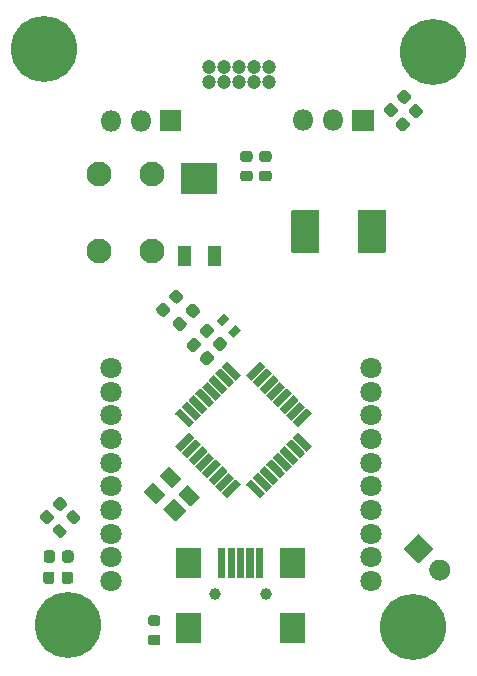
<source format=gts>
%TF.GenerationSoftware,KiCad,Pcbnew,5.1.7*%
%TF.CreationDate,2020-10-06T16:47:45-05:00*%
%TF.ProjectId,ARC-Boat0,4152432d-426f-4617-9430-2e6b69636164,rev?*%
%TF.SameCoordinates,Original*%
%TF.FileFunction,Soldermask,Top*%
%TF.FilePolarity,Negative*%
%FSLAX46Y46*%
G04 Gerber Fmt 4.6, Leading zero omitted, Abs format (unit mm)*
G04 Created by KiCad (PCBNEW 5.1.7) date 2020-10-06 16:47:45*
%MOMM*%
%LPD*%
G01*
G04 APERTURE LIST*
%ADD10C,1.200000*%
%ADD11C,1.800000*%
%ADD12C,5.600000*%
%ADD13C,2.100000*%
%ADD14O,1.800000X1.800000*%
%ADD15C,1.000000*%
G04 APERTURE END LIST*
D10*
%TO.C,J1*%
X124880000Y-40530000D03*
X124880000Y-41800000D03*
X123610000Y-40530000D03*
X123610000Y-41800000D03*
X122340000Y-40530000D03*
X122340000Y-41800000D03*
X121070000Y-40530000D03*
X121070000Y-41800000D03*
X119800000Y-40530000D03*
X119800000Y-41800000D03*
%TD*%
%TO.C,C9*%
G36*
G01*
X116911007Y-60486741D02*
X116513259Y-60088993D01*
G75*
G02*
X116513259Y-59744279I172357J172357D01*
G01*
X116857973Y-59399565D01*
G75*
G02*
X117202687Y-59399565I172357J-172357D01*
G01*
X117600435Y-59797313D01*
G75*
G02*
X117600435Y-60142027I-172357J-172357D01*
G01*
X117255721Y-60486741D01*
G75*
G02*
X116911007Y-60486741I-172357J172357D01*
G01*
G37*
G36*
G01*
X115797313Y-61600435D02*
X115399565Y-61202687D01*
G75*
G02*
X115399565Y-60857973I172357J172357D01*
G01*
X115744279Y-60513259D01*
G75*
G02*
X116088993Y-60513259I172357J-172357D01*
G01*
X116486741Y-60911007D01*
G75*
G02*
X116486741Y-61255721I-172357J-172357D01*
G01*
X116142027Y-61600435D01*
G75*
G02*
X115797313Y-61600435I-172357J172357D01*
G01*
G37*
%TD*%
%TO.C,U1*%
G36*
G01*
X126939608Y-71868719D02*
X127328517Y-71479810D01*
G75*
G02*
X127399227Y-71479810I35355J-35355D01*
G01*
X128530598Y-72611181D01*
G75*
G02*
X128530598Y-72681891I-35355J-35355D01*
G01*
X128141689Y-73070800D01*
G75*
G02*
X128070979Y-73070800I-35355J35355D01*
G01*
X126939608Y-71939429D01*
G75*
G02*
X126939608Y-71868719I35355J35355D01*
G01*
G37*
G36*
G01*
X126373922Y-72434404D02*
X126762831Y-72045495D01*
G75*
G02*
X126833541Y-72045495I35355J-35355D01*
G01*
X127964912Y-73176866D01*
G75*
G02*
X127964912Y-73247576I-35355J-35355D01*
G01*
X127576003Y-73636485D01*
G75*
G02*
X127505293Y-73636485I-35355J35355D01*
G01*
X126373922Y-72505114D01*
G75*
G02*
X126373922Y-72434404I35355J35355D01*
G01*
G37*
G36*
G01*
X125808237Y-73000090D02*
X126197146Y-72611181D01*
G75*
G02*
X126267856Y-72611181I35355J-35355D01*
G01*
X127399227Y-73742552D01*
G75*
G02*
X127399227Y-73813262I-35355J-35355D01*
G01*
X127010318Y-74202171D01*
G75*
G02*
X126939608Y-74202171I-35355J35355D01*
G01*
X125808237Y-73070800D01*
G75*
G02*
X125808237Y-73000090I35355J35355D01*
G01*
G37*
G36*
G01*
X125242552Y-73565775D02*
X125631461Y-73176866D01*
G75*
G02*
X125702171Y-73176866I35355J-35355D01*
G01*
X126833542Y-74308237D01*
G75*
G02*
X126833542Y-74378947I-35355J-35355D01*
G01*
X126444633Y-74767856D01*
G75*
G02*
X126373923Y-74767856I-35355J35355D01*
G01*
X125242552Y-73636485D01*
G75*
G02*
X125242552Y-73565775I35355J35355D01*
G01*
G37*
G36*
G01*
X124676866Y-74131461D02*
X125065775Y-73742552D01*
G75*
G02*
X125136485Y-73742552I35355J-35355D01*
G01*
X126267856Y-74873923D01*
G75*
G02*
X126267856Y-74944633I-35355J-35355D01*
G01*
X125878947Y-75333542D01*
G75*
G02*
X125808237Y-75333542I-35355J35355D01*
G01*
X124676866Y-74202171D01*
G75*
G02*
X124676866Y-74131461I35355J35355D01*
G01*
G37*
G36*
G01*
X124111181Y-74697146D02*
X124500090Y-74308237D01*
G75*
G02*
X124570800Y-74308237I35355J-35355D01*
G01*
X125702171Y-75439608D01*
G75*
G02*
X125702171Y-75510318I-35355J-35355D01*
G01*
X125313262Y-75899227D01*
G75*
G02*
X125242552Y-75899227I-35355J35355D01*
G01*
X124111181Y-74767856D01*
G75*
G02*
X124111181Y-74697146I35355J35355D01*
G01*
G37*
G36*
G01*
X123545495Y-75262831D02*
X123934404Y-74873922D01*
G75*
G02*
X124005114Y-74873922I35355J-35355D01*
G01*
X125136485Y-76005293D01*
G75*
G02*
X125136485Y-76076003I-35355J-35355D01*
G01*
X124747576Y-76464912D01*
G75*
G02*
X124676866Y-76464912I-35355J35355D01*
G01*
X123545495Y-75333541D01*
G75*
G02*
X123545495Y-75262831I35355J35355D01*
G01*
G37*
G36*
G01*
X122979810Y-75828517D02*
X123368719Y-75439608D01*
G75*
G02*
X123439429Y-75439608I35355J-35355D01*
G01*
X124570800Y-76570979D01*
G75*
G02*
X124570800Y-76641689I-35355J-35355D01*
G01*
X124181891Y-77030598D01*
G75*
G02*
X124111181Y-77030598I-35355J35355D01*
G01*
X122979810Y-75899227D01*
G75*
G02*
X122979810Y-75828517I35355J35355D01*
G01*
G37*
G36*
G01*
X122131281Y-75439608D02*
X122520190Y-75828517D01*
G75*
G02*
X122520190Y-75899227I-35355J-35355D01*
G01*
X121388819Y-77030598D01*
G75*
G02*
X121318109Y-77030598I-35355J35355D01*
G01*
X120929200Y-76641689D01*
G75*
G02*
X120929200Y-76570979I35355J35355D01*
G01*
X122060571Y-75439608D01*
G75*
G02*
X122131281Y-75439608I35355J-35355D01*
G01*
G37*
G36*
G01*
X121565596Y-74873922D02*
X121954505Y-75262831D01*
G75*
G02*
X121954505Y-75333541I-35355J-35355D01*
G01*
X120823134Y-76464912D01*
G75*
G02*
X120752424Y-76464912I-35355J35355D01*
G01*
X120363515Y-76076003D01*
G75*
G02*
X120363515Y-76005293I35355J35355D01*
G01*
X121494886Y-74873922D01*
G75*
G02*
X121565596Y-74873922I35355J-35355D01*
G01*
G37*
G36*
G01*
X120999910Y-74308237D02*
X121388819Y-74697146D01*
G75*
G02*
X121388819Y-74767856I-35355J-35355D01*
G01*
X120257448Y-75899227D01*
G75*
G02*
X120186738Y-75899227I-35355J35355D01*
G01*
X119797829Y-75510318D01*
G75*
G02*
X119797829Y-75439608I35355J35355D01*
G01*
X120929200Y-74308237D01*
G75*
G02*
X120999910Y-74308237I35355J-35355D01*
G01*
G37*
G36*
G01*
X120434225Y-73742552D02*
X120823134Y-74131461D01*
G75*
G02*
X120823134Y-74202171I-35355J-35355D01*
G01*
X119691763Y-75333542D01*
G75*
G02*
X119621053Y-75333542I-35355J35355D01*
G01*
X119232144Y-74944633D01*
G75*
G02*
X119232144Y-74873923I35355J35355D01*
G01*
X120363515Y-73742552D01*
G75*
G02*
X120434225Y-73742552I35355J-35355D01*
G01*
G37*
G36*
G01*
X119868539Y-73176866D02*
X120257448Y-73565775D01*
G75*
G02*
X120257448Y-73636485I-35355J-35355D01*
G01*
X119126077Y-74767856D01*
G75*
G02*
X119055367Y-74767856I-35355J35355D01*
G01*
X118666458Y-74378947D01*
G75*
G02*
X118666458Y-74308237I35355J35355D01*
G01*
X119797829Y-73176866D01*
G75*
G02*
X119868539Y-73176866I35355J-35355D01*
G01*
G37*
G36*
G01*
X119302854Y-72611181D02*
X119691763Y-73000090D01*
G75*
G02*
X119691763Y-73070800I-35355J-35355D01*
G01*
X118560392Y-74202171D01*
G75*
G02*
X118489682Y-74202171I-35355J35355D01*
G01*
X118100773Y-73813262D01*
G75*
G02*
X118100773Y-73742552I35355J35355D01*
G01*
X119232144Y-72611181D01*
G75*
G02*
X119302854Y-72611181I35355J-35355D01*
G01*
G37*
G36*
G01*
X118737169Y-72045495D02*
X119126078Y-72434404D01*
G75*
G02*
X119126078Y-72505114I-35355J-35355D01*
G01*
X117994707Y-73636485D01*
G75*
G02*
X117923997Y-73636485I-35355J35355D01*
G01*
X117535088Y-73247576D01*
G75*
G02*
X117535088Y-73176866I35355J35355D01*
G01*
X118666459Y-72045495D01*
G75*
G02*
X118737169Y-72045495I35355J-35355D01*
G01*
G37*
G36*
G01*
X118171483Y-71479810D02*
X118560392Y-71868719D01*
G75*
G02*
X118560392Y-71939429I-35355J-35355D01*
G01*
X117429021Y-73070800D01*
G75*
G02*
X117358311Y-73070800I-35355J35355D01*
G01*
X116969402Y-72681891D01*
G75*
G02*
X116969402Y-72611181I35355J35355D01*
G01*
X118100773Y-71479810D01*
G75*
G02*
X118171483Y-71479810I35355J-35355D01*
G01*
G37*
G36*
G01*
X116969402Y-69818109D02*
X117358311Y-69429200D01*
G75*
G02*
X117429021Y-69429200I35355J-35355D01*
G01*
X118560392Y-70560571D01*
G75*
G02*
X118560392Y-70631281I-35355J-35355D01*
G01*
X118171483Y-71020190D01*
G75*
G02*
X118100773Y-71020190I-35355J35355D01*
G01*
X116969402Y-69888819D01*
G75*
G02*
X116969402Y-69818109I35355J35355D01*
G01*
G37*
G36*
G01*
X117535088Y-69252424D02*
X117923997Y-68863515D01*
G75*
G02*
X117994707Y-68863515I35355J-35355D01*
G01*
X119126078Y-69994886D01*
G75*
G02*
X119126078Y-70065596I-35355J-35355D01*
G01*
X118737169Y-70454505D01*
G75*
G02*
X118666459Y-70454505I-35355J35355D01*
G01*
X117535088Y-69323134D01*
G75*
G02*
X117535088Y-69252424I35355J35355D01*
G01*
G37*
G36*
G01*
X118100773Y-68686738D02*
X118489682Y-68297829D01*
G75*
G02*
X118560392Y-68297829I35355J-35355D01*
G01*
X119691763Y-69429200D01*
G75*
G02*
X119691763Y-69499910I-35355J-35355D01*
G01*
X119302854Y-69888819D01*
G75*
G02*
X119232144Y-69888819I-35355J35355D01*
G01*
X118100773Y-68757448D01*
G75*
G02*
X118100773Y-68686738I35355J35355D01*
G01*
G37*
G36*
G01*
X118666458Y-68121053D02*
X119055367Y-67732144D01*
G75*
G02*
X119126077Y-67732144I35355J-35355D01*
G01*
X120257448Y-68863515D01*
G75*
G02*
X120257448Y-68934225I-35355J-35355D01*
G01*
X119868539Y-69323134D01*
G75*
G02*
X119797829Y-69323134I-35355J35355D01*
G01*
X118666458Y-68191763D01*
G75*
G02*
X118666458Y-68121053I35355J35355D01*
G01*
G37*
G36*
G01*
X119232144Y-67555367D02*
X119621053Y-67166458D01*
G75*
G02*
X119691763Y-67166458I35355J-35355D01*
G01*
X120823134Y-68297829D01*
G75*
G02*
X120823134Y-68368539I-35355J-35355D01*
G01*
X120434225Y-68757448D01*
G75*
G02*
X120363515Y-68757448I-35355J35355D01*
G01*
X119232144Y-67626077D01*
G75*
G02*
X119232144Y-67555367I35355J35355D01*
G01*
G37*
G36*
G01*
X119797829Y-66989682D02*
X120186738Y-66600773D01*
G75*
G02*
X120257448Y-66600773I35355J-35355D01*
G01*
X121388819Y-67732144D01*
G75*
G02*
X121388819Y-67802854I-35355J-35355D01*
G01*
X120999910Y-68191763D01*
G75*
G02*
X120929200Y-68191763I-35355J35355D01*
G01*
X119797829Y-67060392D01*
G75*
G02*
X119797829Y-66989682I35355J35355D01*
G01*
G37*
G36*
G01*
X120363515Y-66423997D02*
X120752424Y-66035088D01*
G75*
G02*
X120823134Y-66035088I35355J-35355D01*
G01*
X121954505Y-67166459D01*
G75*
G02*
X121954505Y-67237169I-35355J-35355D01*
G01*
X121565596Y-67626078D01*
G75*
G02*
X121494886Y-67626078I-35355J35355D01*
G01*
X120363515Y-66494707D01*
G75*
G02*
X120363515Y-66423997I35355J35355D01*
G01*
G37*
G36*
G01*
X120929200Y-65858311D02*
X121318109Y-65469402D01*
G75*
G02*
X121388819Y-65469402I35355J-35355D01*
G01*
X122520190Y-66600773D01*
G75*
G02*
X122520190Y-66671483I-35355J-35355D01*
G01*
X122131281Y-67060392D01*
G75*
G02*
X122060571Y-67060392I-35355J35355D01*
G01*
X120929200Y-65929021D01*
G75*
G02*
X120929200Y-65858311I35355J35355D01*
G01*
G37*
G36*
G01*
X124181891Y-65469402D02*
X124570800Y-65858311D01*
G75*
G02*
X124570800Y-65929021I-35355J-35355D01*
G01*
X123439429Y-67060392D01*
G75*
G02*
X123368719Y-67060392I-35355J35355D01*
G01*
X122979810Y-66671483D01*
G75*
G02*
X122979810Y-66600773I35355J35355D01*
G01*
X124111181Y-65469402D01*
G75*
G02*
X124181891Y-65469402I35355J-35355D01*
G01*
G37*
G36*
G01*
X124747576Y-66035088D02*
X125136485Y-66423997D01*
G75*
G02*
X125136485Y-66494707I-35355J-35355D01*
G01*
X124005114Y-67626078D01*
G75*
G02*
X123934404Y-67626078I-35355J35355D01*
G01*
X123545495Y-67237169D01*
G75*
G02*
X123545495Y-67166459I35355J35355D01*
G01*
X124676866Y-66035088D01*
G75*
G02*
X124747576Y-66035088I35355J-35355D01*
G01*
G37*
G36*
G01*
X125313262Y-66600773D02*
X125702171Y-66989682D01*
G75*
G02*
X125702171Y-67060392I-35355J-35355D01*
G01*
X124570800Y-68191763D01*
G75*
G02*
X124500090Y-68191763I-35355J35355D01*
G01*
X124111181Y-67802854D01*
G75*
G02*
X124111181Y-67732144I35355J35355D01*
G01*
X125242552Y-66600773D01*
G75*
G02*
X125313262Y-66600773I35355J-35355D01*
G01*
G37*
G36*
G01*
X125878947Y-67166458D02*
X126267856Y-67555367D01*
G75*
G02*
X126267856Y-67626077I-35355J-35355D01*
G01*
X125136485Y-68757448D01*
G75*
G02*
X125065775Y-68757448I-35355J35355D01*
G01*
X124676866Y-68368539D01*
G75*
G02*
X124676866Y-68297829I35355J35355D01*
G01*
X125808237Y-67166458D01*
G75*
G02*
X125878947Y-67166458I35355J-35355D01*
G01*
G37*
G36*
G01*
X126444633Y-67732144D02*
X126833542Y-68121053D01*
G75*
G02*
X126833542Y-68191763I-35355J-35355D01*
G01*
X125702171Y-69323134D01*
G75*
G02*
X125631461Y-69323134I-35355J35355D01*
G01*
X125242552Y-68934225D01*
G75*
G02*
X125242552Y-68863515I35355J35355D01*
G01*
X126373923Y-67732144D01*
G75*
G02*
X126444633Y-67732144I35355J-35355D01*
G01*
G37*
G36*
G01*
X127010318Y-68297829D02*
X127399227Y-68686738D01*
G75*
G02*
X127399227Y-68757448I-35355J-35355D01*
G01*
X126267856Y-69888819D01*
G75*
G02*
X126197146Y-69888819I-35355J35355D01*
G01*
X125808237Y-69499910D01*
G75*
G02*
X125808237Y-69429200I35355J35355D01*
G01*
X126939608Y-68297829D01*
G75*
G02*
X127010318Y-68297829I35355J-35355D01*
G01*
G37*
G36*
G01*
X127576003Y-68863515D02*
X127964912Y-69252424D01*
G75*
G02*
X127964912Y-69323134I-35355J-35355D01*
G01*
X126833541Y-70454505D01*
G75*
G02*
X126762831Y-70454505I-35355J35355D01*
G01*
X126373922Y-70065596D01*
G75*
G02*
X126373922Y-69994886I35355J35355D01*
G01*
X127505293Y-68863515D01*
G75*
G02*
X127576003Y-68863515I35355J-35355D01*
G01*
G37*
G36*
G01*
X128141689Y-69429200D02*
X128530598Y-69818109D01*
G75*
G02*
X128530598Y-69888819I-35355J-35355D01*
G01*
X127399227Y-71020190D01*
G75*
G02*
X127328517Y-71020190I-35355J35355D01*
G01*
X126939608Y-70631281D01*
G75*
G02*
X126939608Y-70560571I35355J35355D01*
G01*
X128070979Y-69429200D01*
G75*
G02*
X128141689Y-69429200I35355J-35355D01*
G01*
G37*
%TD*%
D11*
%TO.C,MOD1*%
X133550000Y-84000000D03*
X133550000Y-82000000D03*
X133550000Y-80000000D03*
X133550000Y-78000000D03*
X133550000Y-76000000D03*
X133550000Y-74000000D03*
X133550000Y-72000000D03*
X133550000Y-70000000D03*
X133550000Y-68000000D03*
X133550000Y-66000000D03*
X111550000Y-66000000D03*
X111550000Y-68000000D03*
X111550000Y-70000000D03*
X111550000Y-72000000D03*
X111550000Y-74000000D03*
X111550000Y-76000000D03*
X111550000Y-78000000D03*
X111550000Y-80000000D03*
X111550000Y-82000000D03*
X111550000Y-84000000D03*
%TD*%
%TO.C,D1*%
G36*
G01*
X115356497Y-77477817D02*
X114366548Y-76487868D01*
G75*
G02*
X114366548Y-76417158I35355J35355D01*
G01*
X115073655Y-75710051D01*
G75*
G02*
X115144365Y-75710051I35355J-35355D01*
G01*
X116134314Y-76700000D01*
G75*
G02*
X116134314Y-76770710I-35355J-35355D01*
G01*
X115427207Y-77477817D01*
G75*
G02*
X115356497Y-77477817I-35355J35355D01*
G01*
G37*
G36*
G01*
X116700000Y-76134314D02*
X115710051Y-75144365D01*
G75*
G02*
X115710051Y-75073655I35355J35355D01*
G01*
X116417158Y-74366548D01*
G75*
G02*
X116487868Y-74366548I35355J-35355D01*
G01*
X117477817Y-75356497D01*
G75*
G02*
X117477817Y-75427207I-35355J-35355D01*
G01*
X116770710Y-76134314D01*
G75*
G02*
X116700000Y-76134314I-35355J35355D01*
G01*
G37*
G36*
G01*
X118255635Y-77689949D02*
X117265686Y-76700000D01*
G75*
G02*
X117265686Y-76629290I35355J35355D01*
G01*
X117972793Y-75922183D01*
G75*
G02*
X118043503Y-75922183I35355J-35355D01*
G01*
X119033452Y-76912132D01*
G75*
G02*
X119033452Y-76982842I-35355J-35355D01*
G01*
X118326345Y-77689949D01*
G75*
G02*
X118255635Y-77689949I-35355J35355D01*
G01*
G37*
G36*
G01*
X116968701Y-78976884D02*
X115978751Y-77986934D01*
G75*
G02*
X115978751Y-77916224I35355J35355D01*
G01*
X116827279Y-77067696D01*
G75*
G02*
X116897989Y-77067696I35355J-35355D01*
G01*
X117887939Y-78057646D01*
G75*
G02*
X117887939Y-78128356I-35355J-35355D01*
G01*
X117039411Y-78976884D01*
G75*
G02*
X116968701Y-78976884I-35355J35355D01*
G01*
G37*
%TD*%
D12*
%TO.C,REF\u002A\u002A*%
X105900000Y-39000000D03*
%TD*%
%TO.C,REF\u002A\u002A*%
X137100000Y-87900000D03*
%TD*%
%TO.C,REF\u002A\u002A*%
X107870000Y-87710000D03*
%TD*%
%TO.C,REF\u002A\u002A*%
X138800000Y-39200000D03*
%TD*%
D13*
%TO.C,SW1*%
X115000000Y-56100000D03*
X110500000Y-56100000D03*
X115000000Y-49600000D03*
X110500000Y-49600000D03*
%TD*%
%TO.C,R14*%
G36*
G01*
X107297703Y-79253033D02*
X107721967Y-79677297D01*
G75*
G02*
X107721967Y-79995495I-159099J-159099D01*
G01*
X107403769Y-80313693D01*
G75*
G02*
X107085571Y-80313693I-159099J159099D01*
G01*
X106661307Y-79889429D01*
G75*
G02*
X106661307Y-79571231I159099J159099D01*
G01*
X106979505Y-79253033D01*
G75*
G02*
X107297703Y-79253033I159099J-159099D01*
G01*
G37*
G36*
G01*
X108464429Y-78086307D02*
X108888693Y-78510571D01*
G75*
G02*
X108888693Y-78828769I-159099J-159099D01*
G01*
X108570495Y-79146967D01*
G75*
G02*
X108252297Y-79146967I-159099J159099D01*
G01*
X107828033Y-78722703D01*
G75*
G02*
X107828033Y-78404505I159099J159099D01*
G01*
X108146231Y-78086307D01*
G75*
G02*
X108464429Y-78086307I159099J-159099D01*
G01*
G37*
%TD*%
%TO.C,Y1*%
G36*
G01*
X120550000Y-48700000D02*
X120550000Y-51200000D01*
G75*
G02*
X120500000Y-51250000I-50000J0D01*
G01*
X117500000Y-51250000D01*
G75*
G02*
X117450000Y-51200000I0J50000D01*
G01*
X117450000Y-48700000D01*
G75*
G02*
X117500000Y-48650000I50000J0D01*
G01*
X120500000Y-48650000D01*
G75*
G02*
X120550000Y-48700000I0J-50000D01*
G01*
G37*
G36*
G01*
X118280000Y-55700000D02*
X118280000Y-57300000D01*
G75*
G02*
X118230000Y-57350000I-50000J0D01*
G01*
X117230000Y-57350000D01*
G75*
G02*
X117180000Y-57300000I0J50000D01*
G01*
X117180000Y-55700000D01*
G75*
G02*
X117230000Y-55650000I50000J0D01*
G01*
X118230000Y-55650000D01*
G75*
G02*
X118280000Y-55700000I0J-50000D01*
G01*
G37*
G36*
G01*
X120820000Y-55700000D02*
X120820000Y-57300000D01*
G75*
G02*
X120770000Y-57350000I-50000J0D01*
G01*
X119770000Y-57350000D01*
G75*
G02*
X119720000Y-57300000I0J50000D01*
G01*
X119720000Y-55700000D01*
G75*
G02*
X119770000Y-55650000I50000J0D01*
G01*
X120770000Y-55650000D01*
G75*
G02*
X120820000Y-55700000I0J-50000D01*
G01*
G37*
%TD*%
%TO.C,TH1*%
G36*
G01*
X124900000Y-48525000D02*
X124300000Y-48525000D01*
G75*
G02*
X124075000Y-48300000I0J225000D01*
G01*
X124075000Y-47850000D01*
G75*
G02*
X124300000Y-47625000I225000J0D01*
G01*
X124900000Y-47625000D01*
G75*
G02*
X125125000Y-47850000I0J-225000D01*
G01*
X125125000Y-48300000D01*
G75*
G02*
X124900000Y-48525000I-225000J0D01*
G01*
G37*
G36*
G01*
X124900000Y-50175000D02*
X124300000Y-50175000D01*
G75*
G02*
X124075000Y-49950000I0J225000D01*
G01*
X124075000Y-49500000D01*
G75*
G02*
X124300000Y-49275000I225000J0D01*
G01*
X124900000Y-49275000D01*
G75*
G02*
X125125000Y-49500000I0J-225000D01*
G01*
X125125000Y-49950000D01*
G75*
G02*
X124900000Y-50175000I-225000J0D01*
G01*
G37*
%TD*%
%TO.C,R17*%
G36*
G01*
X122700000Y-49275000D02*
X123300000Y-49275000D01*
G75*
G02*
X123525000Y-49500000I0J-225000D01*
G01*
X123525000Y-49950000D01*
G75*
G02*
X123300000Y-50175000I-225000J0D01*
G01*
X122700000Y-50175000D01*
G75*
G02*
X122475000Y-49950000I0J225000D01*
G01*
X122475000Y-49500000D01*
G75*
G02*
X122700000Y-49275000I225000J0D01*
G01*
G37*
G36*
G01*
X122700000Y-47625000D02*
X123300000Y-47625000D01*
G75*
G02*
X123525000Y-47850000I0J-225000D01*
G01*
X123525000Y-48300000D01*
G75*
G02*
X123300000Y-48525000I-225000J0D01*
G01*
X122700000Y-48525000D01*
G75*
G02*
X122475000Y-48300000I0J225000D01*
G01*
X122475000Y-47850000D01*
G75*
G02*
X122700000Y-47625000I225000J0D01*
G01*
G37*
%TD*%
%TO.C,R13*%
G36*
G01*
X115500000Y-87825000D02*
X114900000Y-87825000D01*
G75*
G02*
X114675000Y-87600000I0J225000D01*
G01*
X114675000Y-87150000D01*
G75*
G02*
X114900000Y-86925000I225000J0D01*
G01*
X115500000Y-86925000D01*
G75*
G02*
X115725000Y-87150000I0J-225000D01*
G01*
X115725000Y-87600000D01*
G75*
G02*
X115500000Y-87825000I-225000J0D01*
G01*
G37*
G36*
G01*
X115500000Y-89475000D02*
X114900000Y-89475000D01*
G75*
G02*
X114675000Y-89250000I0J225000D01*
G01*
X114675000Y-88800000D01*
G75*
G02*
X114900000Y-88575000I225000J0D01*
G01*
X115500000Y-88575000D01*
G75*
G02*
X115725000Y-88800000I0J-225000D01*
G01*
X115725000Y-89250000D01*
G75*
G02*
X115500000Y-89475000I-225000J0D01*
G01*
G37*
%TD*%
%TO.C,D2*%
G36*
G01*
X107061007Y-78036741D02*
X106663259Y-77638993D01*
G75*
G02*
X106663259Y-77294279I172357J172357D01*
G01*
X107007973Y-76949565D01*
G75*
G02*
X107352687Y-76949565I172357J-172357D01*
G01*
X107750435Y-77347313D01*
G75*
G02*
X107750435Y-77692027I-172357J-172357D01*
G01*
X107405721Y-78036741D01*
G75*
G02*
X107061007Y-78036741I-172357J172357D01*
G01*
G37*
G36*
G01*
X105947313Y-79150435D02*
X105549565Y-78752687D01*
G75*
G02*
X105549565Y-78407973I172357J172357D01*
G01*
X105894279Y-78063259D01*
G75*
G02*
X106238993Y-78063259I172357J-172357D01*
G01*
X106636741Y-78461007D01*
G75*
G02*
X106636741Y-78805721I-172357J-172357D01*
G01*
X106292027Y-79150435D01*
G75*
G02*
X105947313Y-79150435I-172357J172357D01*
G01*
G37*
%TD*%
D14*
%TO.C,J5*%
X111520000Y-45050000D03*
X114060000Y-45050000D03*
G36*
G01*
X117450000Y-45950000D02*
X115750000Y-45950000D01*
G75*
G02*
X115700000Y-45900000I0J50000D01*
G01*
X115700000Y-44200000D01*
G75*
G02*
X115750000Y-44150000I50000J0D01*
G01*
X117450000Y-44150000D01*
G75*
G02*
X117500000Y-44200000I0J-50000D01*
G01*
X117500000Y-45900000D01*
G75*
G02*
X117450000Y-45950000I-50000J0D01*
G01*
G37*
%TD*%
%TO.C,J4*%
X127795000Y-45025000D03*
X130335000Y-45025000D03*
G36*
G01*
X133725000Y-45925000D02*
X132025000Y-45925000D01*
G75*
G02*
X131975000Y-45875000I0J50000D01*
G01*
X131975000Y-44175000D01*
G75*
G02*
X132025000Y-44125000I50000J0D01*
G01*
X133725000Y-44125000D01*
G75*
G02*
X133775000Y-44175000I0J-50000D01*
G01*
X133775000Y-45875000D01*
G75*
G02*
X133725000Y-45925000I-50000J0D01*
G01*
G37*
%TD*%
%TO.C,L1*%
G36*
G01*
X132439100Y-56177600D02*
X132439100Y-52672400D01*
G75*
G02*
X132489100Y-52622400I50000J0D01*
G01*
X134749700Y-52622400D01*
G75*
G02*
X134799700Y-52672400I0J-50000D01*
G01*
X134799700Y-56177600D01*
G75*
G02*
X134749700Y-56227600I-50000J0D01*
G01*
X132489100Y-56227600D01*
G75*
G02*
X132439100Y-56177600I0J50000D01*
G01*
G37*
G36*
G01*
X126800300Y-56177600D02*
X126800300Y-52672400D01*
G75*
G02*
X126850300Y-52622400I50000J0D01*
G01*
X129110900Y-52622400D01*
G75*
G02*
X129160900Y-52672400I0J-50000D01*
G01*
X129160900Y-56177600D01*
G75*
G02*
X129110900Y-56227600I-50000J0D01*
G01*
X126850300Y-56227600D01*
G75*
G02*
X126800300Y-56177600I0J50000D01*
G01*
G37*
%TD*%
%TO.C,R2*%
G36*
G01*
X106800000Y-81668750D02*
X106800000Y-82231250D01*
G75*
G02*
X106556250Y-82475000I-243750J0D01*
G01*
X106068750Y-82475000D01*
G75*
G02*
X105825000Y-82231250I0J243750D01*
G01*
X105825000Y-81668750D01*
G75*
G02*
X106068750Y-81425000I243750J0D01*
G01*
X106556250Y-81425000D01*
G75*
G02*
X106800000Y-81668750I0J-243750D01*
G01*
G37*
G36*
G01*
X108375000Y-81668750D02*
X108375000Y-82231250D01*
G75*
G02*
X108131250Y-82475000I-243750J0D01*
G01*
X107643750Y-82475000D01*
G75*
G02*
X107400000Y-82231250I0J243750D01*
G01*
X107400000Y-81668750D01*
G75*
G02*
X107643750Y-81425000I243750J0D01*
G01*
X108131250Y-81425000D01*
G75*
G02*
X108375000Y-81668750I0J-243750D01*
G01*
G37*
%TD*%
%TO.C,R1*%
G36*
G01*
X107350000Y-84031250D02*
X107350000Y-83468750D01*
G75*
G02*
X107593750Y-83225000I243750J0D01*
G01*
X108081250Y-83225000D01*
G75*
G02*
X108325000Y-83468750I0J-243750D01*
G01*
X108325000Y-84031250D01*
G75*
G02*
X108081250Y-84275000I-243750J0D01*
G01*
X107593750Y-84275000D01*
G75*
G02*
X107350000Y-84031250I0J243750D01*
G01*
G37*
G36*
G01*
X105775000Y-84031250D02*
X105775000Y-83468750D01*
G75*
G02*
X106018750Y-83225000I243750J0D01*
G01*
X106506250Y-83225000D01*
G75*
G02*
X106750000Y-83468750I0J-243750D01*
G01*
X106750000Y-84031250D01*
G75*
G02*
X106506250Y-84275000I-243750J0D01*
G01*
X106018750Y-84275000D01*
G75*
G02*
X105775000Y-84031250I0J243750D01*
G01*
G37*
%TD*%
%TO.C,J2*%
G36*
G01*
X138734655Y-83732447D02*
X138734655Y-83732447D01*
G75*
G02*
X138734655Y-82459655I636396J636396D01*
G01*
X138734655Y-82459655D01*
G75*
G02*
X140007447Y-82459655I636396J-636396D01*
G01*
X140007447Y-82459655D01*
G75*
G02*
X140007447Y-83732447I-636396J-636396D01*
G01*
X140007447Y-83732447D01*
G75*
G02*
X138734655Y-83732447I-636396J636396D01*
G01*
G37*
G36*
G01*
X137539645Y-82537437D02*
X136337563Y-81335355D01*
G75*
G02*
X136337563Y-81264645I35355J35355D01*
G01*
X137539645Y-80062563D01*
G75*
G02*
X137610355Y-80062563I35355J-35355D01*
G01*
X138812437Y-81264645D01*
G75*
G02*
X138812437Y-81335355I-35355J-35355D01*
G01*
X137610355Y-82537437D01*
G75*
G02*
X137539645Y-82537437I-35355J35355D01*
G01*
G37*
%TD*%
%TO.C,C15*%
G36*
G01*
X136211007Y-43586741D02*
X135813259Y-43188993D01*
G75*
G02*
X135813259Y-42844279I172357J172357D01*
G01*
X136157973Y-42499565D01*
G75*
G02*
X136502687Y-42499565I172357J-172357D01*
G01*
X136900435Y-42897313D01*
G75*
G02*
X136900435Y-43242027I-172357J-172357D01*
G01*
X136555721Y-43586741D01*
G75*
G02*
X136211007Y-43586741I-172357J172357D01*
G01*
G37*
G36*
G01*
X135097313Y-44700435D02*
X134699565Y-44302687D01*
G75*
G02*
X134699565Y-43957973I172357J172357D01*
G01*
X135044279Y-43613259D01*
G75*
G02*
X135388993Y-43613259I172357J-172357D01*
G01*
X135786741Y-44011007D01*
G75*
G02*
X135786741Y-44355721I-172357J-172357D01*
G01*
X135442027Y-44700435D01*
G75*
G02*
X135097313Y-44700435I-172357J172357D01*
G01*
G37*
%TD*%
%TO.C,C14*%
G36*
G01*
X137211007Y-44786741D02*
X136813259Y-44388993D01*
G75*
G02*
X136813259Y-44044279I172357J172357D01*
G01*
X137157973Y-43699565D01*
G75*
G02*
X137502687Y-43699565I172357J-172357D01*
G01*
X137900435Y-44097313D01*
G75*
G02*
X137900435Y-44442027I-172357J-172357D01*
G01*
X137555721Y-44786741D01*
G75*
G02*
X137211007Y-44786741I-172357J172357D01*
G01*
G37*
G36*
G01*
X136097313Y-45900435D02*
X135699565Y-45502687D01*
G75*
G02*
X135699565Y-45157973I172357J172357D01*
G01*
X136044279Y-44813259D01*
G75*
G02*
X136388993Y-44813259I172357J-172357D01*
G01*
X136786741Y-45211007D01*
G75*
G02*
X136786741Y-45555721I-172357J-172357D01*
G01*
X136442027Y-45900435D01*
G75*
G02*
X136097313Y-45900435I-172357J172357D01*
G01*
G37*
%TD*%
%TO.C,C8*%
G36*
G01*
X117501493Y-61713259D02*
X117899241Y-62111007D01*
G75*
G02*
X117899241Y-62455721I-172357J-172357D01*
G01*
X117554527Y-62800435D01*
G75*
G02*
X117209813Y-62800435I-172357J172357D01*
G01*
X116812065Y-62402687D01*
G75*
G02*
X116812065Y-62057973I172357J172357D01*
G01*
X117156779Y-61713259D01*
G75*
G02*
X117501493Y-61713259I172357J-172357D01*
G01*
G37*
G36*
G01*
X118615187Y-60599565D02*
X119012935Y-60997313D01*
G75*
G02*
X119012935Y-61342027I-172357J-172357D01*
G01*
X118668221Y-61686741D01*
G75*
G02*
X118323507Y-61686741I-172357J172357D01*
G01*
X117925759Y-61288993D01*
G75*
G02*
X117925759Y-60944279I172357J172357D01*
G01*
X118270473Y-60599565D01*
G75*
G02*
X118615187Y-60599565I172357J-172357D01*
G01*
G37*
%TD*%
%TO.C,C7*%
G36*
G01*
X119086741Y-64188993D02*
X118688993Y-64586741D01*
G75*
G02*
X118344279Y-64586741I-172357J172357D01*
G01*
X117999565Y-64242027D01*
G75*
G02*
X117999565Y-63897313I172357J172357D01*
G01*
X118397313Y-63499565D01*
G75*
G02*
X118742027Y-63499565I172357J-172357D01*
G01*
X119086741Y-63844279D01*
G75*
G02*
X119086741Y-64188993I-172357J-172357D01*
G01*
G37*
G36*
G01*
X120200435Y-65302687D02*
X119802687Y-65700435D01*
G75*
G02*
X119457973Y-65700435I-172357J172357D01*
G01*
X119113259Y-65355721D01*
G75*
G02*
X119113259Y-65011007I172357J172357D01*
G01*
X119511007Y-64613259D01*
G75*
G02*
X119855721Y-64613259I172357J-172357D01*
G01*
X120200435Y-64957973D01*
G75*
G02*
X120200435Y-65302687I-172357J-172357D01*
G01*
G37*
%TD*%
%TO.C,C6*%
G36*
G01*
X120186741Y-62988993D02*
X119788993Y-63386741D01*
G75*
G02*
X119444279Y-63386741I-172357J172357D01*
G01*
X119099565Y-63042027D01*
G75*
G02*
X119099565Y-62697313I172357J172357D01*
G01*
X119497313Y-62299565D01*
G75*
G02*
X119842027Y-62299565I172357J-172357D01*
G01*
X120186741Y-62644279D01*
G75*
G02*
X120186741Y-62988993I-172357J-172357D01*
G01*
G37*
G36*
G01*
X121300435Y-64102687D02*
X120902687Y-64500435D01*
G75*
G02*
X120557973Y-64500435I-172357J172357D01*
G01*
X120213259Y-64155721D01*
G75*
G02*
X120213259Y-63811007I172357J172357D01*
G01*
X120611007Y-63413259D01*
G75*
G02*
X120955721Y-63413259I172357J-172357D01*
G01*
X121300435Y-63757973D01*
G75*
G02*
X121300435Y-64102687I-172357J-172357D01*
G01*
G37*
%TD*%
D15*
%TO.C,J3*%
X124700000Y-85090000D03*
X120300000Y-85090000D03*
G36*
G01*
X123800000Y-83740000D02*
X123800000Y-81240000D01*
G75*
G02*
X123850000Y-81190000I50000J0D01*
G01*
X124350000Y-81190000D01*
G75*
G02*
X124400000Y-81240000I0J-50000D01*
G01*
X124400000Y-83740000D01*
G75*
G02*
X124350000Y-83790000I-50000J0D01*
G01*
X123850000Y-83790000D01*
G75*
G02*
X123800000Y-83740000I0J50000D01*
G01*
G37*
G36*
G01*
X123000000Y-83740000D02*
X123000000Y-81240000D01*
G75*
G02*
X123050000Y-81190000I50000J0D01*
G01*
X123550000Y-81190000D01*
G75*
G02*
X123600000Y-81240000I0J-50000D01*
G01*
X123600000Y-83740000D01*
G75*
G02*
X123550000Y-83790000I-50000J0D01*
G01*
X123050000Y-83790000D01*
G75*
G02*
X123000000Y-83740000I0J50000D01*
G01*
G37*
G36*
G01*
X122200000Y-83740000D02*
X122200000Y-81240000D01*
G75*
G02*
X122250000Y-81190000I50000J0D01*
G01*
X122750000Y-81190000D01*
G75*
G02*
X122800000Y-81240000I0J-50000D01*
G01*
X122800000Y-83740000D01*
G75*
G02*
X122750000Y-83790000I-50000J0D01*
G01*
X122250000Y-83790000D01*
G75*
G02*
X122200000Y-83740000I0J50000D01*
G01*
G37*
G36*
G01*
X121400000Y-83740000D02*
X121400000Y-81240000D01*
G75*
G02*
X121450000Y-81190000I50000J0D01*
G01*
X121950000Y-81190000D01*
G75*
G02*
X122000000Y-81240000I0J-50000D01*
G01*
X122000000Y-83740000D01*
G75*
G02*
X121950000Y-83790000I-50000J0D01*
G01*
X121450000Y-83790000D01*
G75*
G02*
X121400000Y-83740000I0J50000D01*
G01*
G37*
G36*
G01*
X120600000Y-83740000D02*
X120600000Y-81240000D01*
G75*
G02*
X120650000Y-81190000I50000J0D01*
G01*
X121150000Y-81190000D01*
G75*
G02*
X121200000Y-81240000I0J-50000D01*
G01*
X121200000Y-83740000D01*
G75*
G02*
X121150000Y-83790000I-50000J0D01*
G01*
X120650000Y-83790000D01*
G75*
G02*
X120600000Y-83740000I0J50000D01*
G01*
G37*
G36*
G01*
X125850000Y-83740000D02*
X125850000Y-81240000D01*
G75*
G02*
X125900000Y-81190000I50000J0D01*
G01*
X127900000Y-81190000D01*
G75*
G02*
X127950000Y-81240000I0J-50000D01*
G01*
X127950000Y-83740000D01*
G75*
G02*
X127900000Y-83790000I-50000J0D01*
G01*
X125900000Y-83790000D01*
G75*
G02*
X125850000Y-83740000I0J50000D01*
G01*
G37*
G36*
G01*
X117050000Y-83740000D02*
X117050000Y-81240000D01*
G75*
G02*
X117100000Y-81190000I50000J0D01*
G01*
X119100000Y-81190000D01*
G75*
G02*
X119150000Y-81240000I0J-50000D01*
G01*
X119150000Y-83740000D01*
G75*
G02*
X119100000Y-83790000I-50000J0D01*
G01*
X117100000Y-83790000D01*
G75*
G02*
X117050000Y-83740000I0J50000D01*
G01*
G37*
G36*
G01*
X125850000Y-89240000D02*
X125850000Y-86740000D01*
G75*
G02*
X125900000Y-86690000I50000J0D01*
G01*
X127900000Y-86690000D01*
G75*
G02*
X127950000Y-86740000I0J-50000D01*
G01*
X127950000Y-89240000D01*
G75*
G02*
X127900000Y-89290000I-50000J0D01*
G01*
X125900000Y-89290000D01*
G75*
G02*
X125850000Y-89240000I0J50000D01*
G01*
G37*
G36*
G01*
X117050000Y-89240000D02*
X117050000Y-86740000D01*
G75*
G02*
X117100000Y-86690000I50000J0D01*
G01*
X119100000Y-86690000D01*
G75*
G02*
X119150000Y-86740000I0J-50000D01*
G01*
X119150000Y-89240000D01*
G75*
G02*
X119100000Y-89290000I-50000J0D01*
G01*
X117100000Y-89290000D01*
G75*
G02*
X117050000Y-89240000I0J50000D01*
G01*
G37*
%TD*%
%TO.C,FB1*%
G36*
G01*
X120474695Y-61940381D02*
X121040381Y-61374695D01*
G75*
G02*
X121111091Y-61374695I35355J-35355D01*
G01*
X121535355Y-61798959D01*
G75*
G02*
X121535355Y-61869669I-35355J-35355D01*
G01*
X120969669Y-62435355D01*
G75*
G02*
X120898959Y-62435355I-35355J35355D01*
G01*
X120474695Y-62011091D01*
G75*
G02*
X120474695Y-61940381I35355J35355D01*
G01*
G37*
G36*
G01*
X121464645Y-62930331D02*
X122030331Y-62364645D01*
G75*
G02*
X122101041Y-62364645I35355J-35355D01*
G01*
X122525305Y-62788909D01*
G75*
G02*
X122525305Y-62859619I-35355J-35355D01*
G01*
X121959619Y-63425305D01*
G75*
G02*
X121888909Y-63425305I-35355J35355D01*
G01*
X121464645Y-63001041D01*
G75*
G02*
X121464645Y-62930331I35355J35355D01*
G01*
G37*
%TD*%
M02*

</source>
